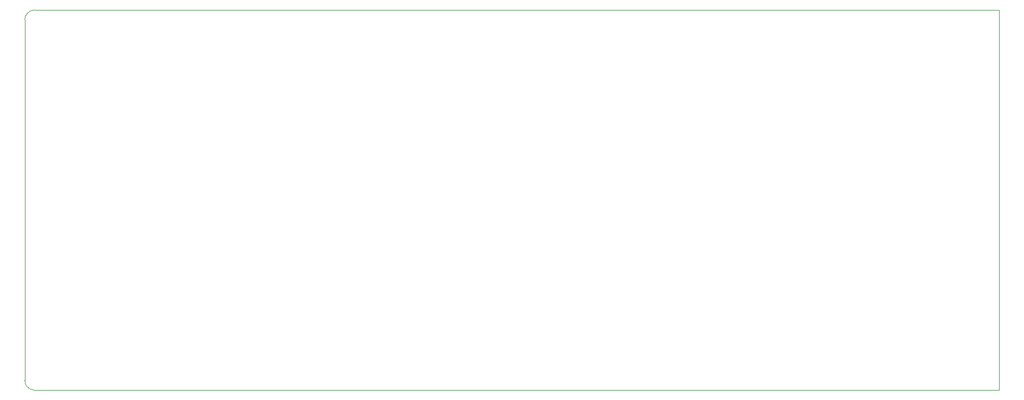
<source format=gbr>
G04 #@! TF.GenerationSoftware,KiCad,Pcbnew,5.1.4+dfsg1-1*
G04 #@! TF.CreationDate,2020-01-26T20:04:24+01:00*
G04 #@! TF.ProjectId,finalchesscard_lvr_draft1,66696e61-6c63-4686-9573-73636172645f,1.1.K1*
G04 #@! TF.SameCoordinates,Original*
G04 #@! TF.FileFunction,Profile,NP*
%FSLAX46Y46*%
G04 Gerber Fmt 4.6, Leading zero omitted, Abs format (unit mm)*
G04 Created by KiCad (PCBNEW 5.1.4+dfsg1-1) date 2020-01-26 20:04:24*
%MOMM*%
%LPD*%
G04 APERTURE LIST*
%ADD10C,0.100000*%
G04 APERTURE END LIST*
D10*
X126488000Y-159543800D02*
G75*
G02X124968000Y-158023800I0J1520000D01*
G01*
X124972000Y-102961200D02*
G75*
G02X126492000Y-101441200I1520000J0D01*
G01*
X273875500Y-159543800D02*
X126488000Y-159543800D01*
X124968000Y-158023800D02*
X124968000Y-102961200D01*
X273875500Y-101441200D02*
X273875500Y-159543800D01*
X126488000Y-101441200D02*
X273875500Y-101441200D01*
M02*

</source>
